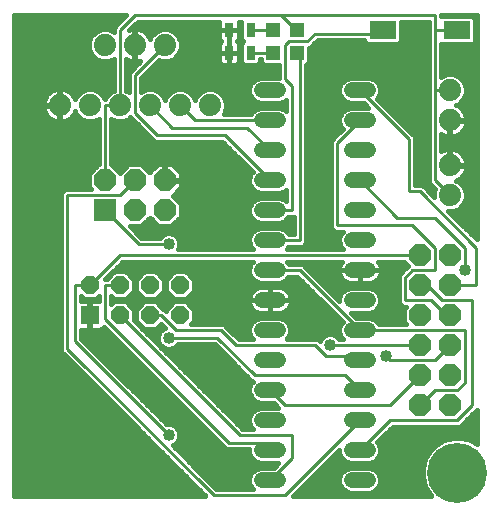
<source format=gbl>
G75*
%MOIN*%
%OFA0B0*%
%FSLAX24Y24*%
%IPPOS*%
%LPD*%
%AMOC8*
5,1,8,0,0,1.08239X$1,22.5*
%
%ADD10C,0.0740*%
%ADD11C,0.0520*%
%ADD12R,0.0600X0.0600*%
%ADD13OC8,0.0600*%
%ADD14R,0.0740X0.0740*%
%ADD15OC8,0.0740*%
%ADD16R,0.0472X0.0472*%
%ADD17R,0.0315X0.0472*%
%ADD18R,0.0906X0.0630*%
%ADD19C,0.0160*%
%ADD20C,0.0436*%
%ADD21C,0.0100*%
%ADD22C,0.0400*%
%ADD23C,0.2000*%
D10*
X002680Y014847D03*
X003680Y014847D03*
X004680Y014847D03*
X005680Y014847D03*
X006680Y014847D03*
X007680Y014847D03*
X006180Y016847D03*
X005180Y016847D03*
X004180Y016847D03*
X015680Y015347D03*
X015680Y014347D03*
X015680Y012847D03*
X015680Y011847D03*
D11*
X012940Y011347D02*
X012420Y011347D01*
X012420Y010347D02*
X012940Y010347D01*
X012940Y009347D02*
X012420Y009347D01*
X012420Y008347D02*
X012940Y008347D01*
X012940Y007347D02*
X012420Y007347D01*
X012420Y006347D02*
X012940Y006347D01*
X012940Y005347D02*
X012420Y005347D01*
X012420Y004347D02*
X012940Y004347D01*
X012940Y003347D02*
X012420Y003347D01*
X012420Y002347D02*
X012940Y002347D01*
X009940Y002347D02*
X009420Y002347D01*
X009420Y003347D02*
X009940Y003347D01*
X009940Y004347D02*
X009420Y004347D01*
X009420Y005347D02*
X009940Y005347D01*
X009940Y006347D02*
X009420Y006347D01*
X009420Y007347D02*
X009940Y007347D01*
X009940Y008347D02*
X009420Y008347D01*
X009420Y009347D02*
X009940Y009347D01*
X009940Y010347D02*
X009420Y010347D01*
X009420Y011347D02*
X009940Y011347D01*
X009940Y012347D02*
X009420Y012347D01*
X009420Y013347D02*
X009940Y013347D01*
X009940Y014347D02*
X009420Y014347D01*
X009420Y015347D02*
X009940Y015347D01*
X012420Y015347D02*
X012940Y015347D01*
X012940Y014347D02*
X012420Y014347D01*
X012420Y013347D02*
X012940Y013347D01*
X012940Y012347D02*
X012420Y012347D01*
D12*
X003680Y007847D03*
D13*
X003680Y008847D03*
X004680Y008847D03*
X004680Y007847D03*
X005680Y007847D03*
X005680Y008847D03*
X006680Y008847D03*
X006680Y007847D03*
D14*
X004180Y011347D03*
D15*
X004180Y012347D03*
X005180Y012347D03*
X005180Y011347D03*
X006180Y011347D03*
X006180Y012347D03*
X014680Y009847D03*
X014680Y008847D03*
X014680Y007847D03*
X015680Y007847D03*
X015680Y008847D03*
X015680Y009847D03*
X015680Y006847D03*
X015680Y005847D03*
X015680Y004847D03*
X014680Y004847D03*
X014680Y005847D03*
X014680Y006847D03*
D16*
X010593Y016597D03*
X010593Y017347D03*
X009767Y017347D03*
X009767Y016597D03*
D17*
X009034Y016597D03*
X008326Y016597D03*
X008326Y017347D03*
X009034Y017347D03*
D18*
X013440Y017347D03*
X015920Y017347D03*
D19*
X001160Y017863D02*
X001160Y001827D01*
X007528Y001827D01*
X002843Y006512D01*
X002720Y006635D01*
X002720Y011760D01*
X002720Y011934D01*
X002843Y012057D01*
X003720Y012057D01*
X003650Y012128D01*
X003650Y012567D01*
X003960Y012877D01*
X003970Y012877D01*
X003970Y014394D01*
X003785Y014317D01*
X003575Y014317D01*
X003380Y014398D01*
X003231Y014547D01*
X003191Y014642D01*
X003190Y014636D01*
X003150Y014559D01*
X003100Y014489D01*
X003038Y014428D01*
X002968Y014377D01*
X002891Y014338D01*
X002809Y014311D01*
X002723Y014297D01*
X002700Y014297D01*
X002700Y014827D01*
X002660Y014827D01*
X002660Y014297D01*
X002637Y014297D01*
X002551Y014311D01*
X002469Y014338D01*
X002392Y014377D01*
X002322Y014428D01*
X002260Y014489D01*
X002210Y014559D01*
X002170Y014636D01*
X002144Y014718D01*
X002130Y014804D01*
X002130Y014827D01*
X002660Y014827D01*
X002660Y014867D01*
X002130Y014867D01*
X002130Y014891D01*
X002144Y014976D01*
X002170Y015058D01*
X002210Y015136D01*
X002260Y015206D01*
X002322Y015267D01*
X002392Y015318D01*
X002469Y015357D01*
X002551Y015384D01*
X002637Y015397D01*
X002660Y015397D01*
X002660Y014867D01*
X002700Y014867D01*
X002700Y015397D01*
X002723Y015397D01*
X002809Y015384D01*
X002891Y015357D01*
X002968Y015318D01*
X003038Y015267D01*
X003100Y015206D01*
X003150Y015136D01*
X003190Y015058D01*
X003191Y015053D01*
X003231Y015147D01*
X003380Y015297D01*
X003575Y015377D01*
X003785Y015377D01*
X003980Y015297D01*
X004129Y015147D01*
X004167Y015057D01*
X004193Y015057D01*
X004231Y015147D01*
X004380Y015297D01*
X004470Y015334D01*
X004470Y016394D01*
X004285Y016317D01*
X004075Y016317D01*
X003880Y016398D01*
X003731Y016547D01*
X003650Y016742D01*
X003650Y016953D01*
X003731Y017147D01*
X003880Y017297D01*
X004075Y017377D01*
X004285Y017377D01*
X004470Y017301D01*
X004470Y017434D01*
X004593Y017557D01*
X004593Y017557D01*
X004899Y017863D01*
X001160Y017863D01*
X001160Y017856D02*
X004892Y017856D01*
X004733Y017697D02*
X001160Y017697D01*
X001160Y017539D02*
X004575Y017539D01*
X004470Y017380D02*
X001160Y017380D01*
X001160Y017222D02*
X003805Y017222D01*
X003696Y017063D02*
X001160Y017063D01*
X001160Y016905D02*
X003650Y016905D01*
X003650Y016746D02*
X001160Y016746D01*
X001160Y016588D02*
X003714Y016588D01*
X003848Y016429D02*
X001160Y016429D01*
X001160Y016271D02*
X004470Y016271D01*
X004470Y016112D02*
X001160Y016112D01*
X001160Y015954D02*
X004470Y015954D01*
X004470Y015795D02*
X001160Y015795D01*
X001160Y015637D02*
X004470Y015637D01*
X004470Y015478D02*
X001160Y015478D01*
X001160Y015320D02*
X002396Y015320D01*
X002228Y015161D02*
X001160Y015161D01*
X001160Y015003D02*
X002152Y015003D01*
X002154Y014686D02*
X001160Y014686D01*
X001160Y014844D02*
X002660Y014844D01*
X002660Y014686D02*
X002700Y014686D01*
X002700Y014527D02*
X002660Y014527D01*
X002660Y014369D02*
X002700Y014369D01*
X002952Y014369D02*
X003450Y014369D01*
X003250Y014527D02*
X003127Y014527D01*
X002700Y015003D02*
X002660Y015003D01*
X002660Y015161D02*
X002700Y015161D01*
X002700Y015320D02*
X002660Y015320D01*
X002964Y015320D02*
X003436Y015320D01*
X003244Y015161D02*
X003132Y015161D01*
X003924Y015320D02*
X004436Y015320D01*
X004244Y015161D02*
X004116Y015161D01*
X004890Y015334D02*
X004890Y016378D01*
X004892Y016377D01*
X004969Y016338D01*
X005051Y016311D01*
X005137Y016297D01*
X005160Y016297D01*
X005160Y016827D01*
X005200Y016827D01*
X005200Y016297D01*
X005223Y016297D01*
X005309Y016311D01*
X005365Y016329D01*
X004970Y015934D01*
X004970Y015760D01*
X004970Y015301D01*
X004890Y015334D01*
X004924Y015320D02*
X004970Y015320D01*
X004970Y015478D02*
X004890Y015478D01*
X004890Y015637D02*
X004970Y015637D01*
X004970Y015795D02*
X004890Y015795D01*
X004890Y015954D02*
X004990Y015954D01*
X004890Y016112D02*
X005148Y016112D01*
X005307Y016271D02*
X004890Y016271D01*
X005160Y016429D02*
X005200Y016429D01*
X005200Y016588D02*
X005160Y016588D01*
X005160Y016746D02*
X005200Y016746D01*
X005200Y016867D02*
X005160Y016867D01*
X005160Y017397D01*
X005137Y017397D01*
X005051Y017384D01*
X004995Y017366D01*
X005267Y017637D01*
X007996Y017637D01*
X007988Y017607D01*
X007988Y017347D01*
X007988Y017087D01*
X008000Y017042D01*
X008024Y017001D01*
X008052Y016972D01*
X008024Y016944D01*
X008000Y016903D01*
X007988Y016857D01*
X007988Y016597D01*
X007988Y016337D01*
X008000Y016292D01*
X008024Y016251D01*
X008058Y016217D01*
X008099Y016193D01*
X008144Y016181D01*
X008326Y016181D01*
X008507Y016181D01*
X008553Y016193D01*
X008594Y016217D01*
X008627Y016251D01*
X008651Y016292D01*
X008663Y016337D01*
X008663Y016597D01*
X008326Y016597D01*
X008326Y016597D01*
X008326Y016181D01*
X008326Y016597D01*
X008326Y016597D01*
X008663Y016597D01*
X008663Y016857D01*
X008651Y016903D01*
X008627Y016944D01*
X008599Y016972D01*
X008627Y017001D01*
X008651Y017042D01*
X008663Y017087D01*
X008663Y017347D01*
X008326Y017347D01*
X008326Y017347D01*
X008326Y016597D01*
X008326Y016597D01*
X007988Y016597D01*
X008326Y016597D01*
X008326Y016597D01*
X008326Y017013D01*
X008326Y017347D01*
X008326Y017347D01*
X008663Y017347D01*
X008663Y017607D01*
X008655Y017637D01*
X008717Y017637D01*
X008717Y017045D01*
X008789Y016972D01*
X008717Y016900D01*
X008717Y016295D01*
X008811Y016201D01*
X009258Y016201D01*
X009352Y016295D01*
X009352Y016387D01*
X009370Y016387D01*
X009370Y016295D01*
X009464Y016201D01*
X009970Y016201D01*
X009970Y015767D01*
X009336Y015767D01*
X009182Y015703D01*
X009064Y015585D01*
X009000Y015431D01*
X009000Y015264D01*
X009064Y015109D01*
X009182Y014991D01*
X009336Y014927D01*
X010024Y014927D01*
X010178Y014991D01*
X010220Y015033D01*
X010220Y014661D01*
X010178Y014703D01*
X010024Y014767D01*
X009336Y014767D01*
X009182Y014703D01*
X009064Y014585D01*
X009052Y014557D01*
X008134Y014557D01*
X008210Y014742D01*
X008210Y014953D01*
X008129Y015147D01*
X007980Y015297D01*
X007785Y015377D01*
X007575Y015377D01*
X007380Y015297D01*
X007231Y015147D01*
X007180Y015025D01*
X007129Y015147D01*
X006980Y015297D01*
X006785Y015377D01*
X006575Y015377D01*
X006380Y015297D01*
X006231Y015147D01*
X006180Y015025D01*
X006129Y015147D01*
X005980Y015297D01*
X005785Y015377D01*
X005575Y015377D01*
X005390Y015301D01*
X005390Y015760D01*
X005984Y016355D01*
X006075Y016317D01*
X006285Y016317D01*
X006480Y016398D01*
X006629Y016547D01*
X006710Y016742D01*
X006710Y016953D01*
X006629Y017147D01*
X006480Y017297D01*
X006285Y017377D01*
X006075Y017377D01*
X005880Y017297D01*
X005731Y017147D01*
X005691Y017053D01*
X005690Y017058D01*
X005650Y017136D01*
X005600Y017206D01*
X005538Y017267D01*
X005468Y017318D01*
X005391Y017357D01*
X005309Y017384D01*
X005223Y017397D01*
X005200Y017397D01*
X005200Y016867D01*
X005200Y016905D02*
X005160Y016905D01*
X005160Y017063D02*
X005200Y017063D01*
X005200Y017222D02*
X005160Y017222D01*
X005160Y017380D02*
X005200Y017380D01*
X005319Y017380D02*
X007988Y017380D01*
X007988Y017347D02*
X008326Y017347D01*
X007988Y017347D01*
X007988Y017222D02*
X006555Y017222D01*
X006664Y017063D02*
X007995Y017063D01*
X008002Y016905D02*
X006710Y016905D01*
X006710Y016746D02*
X007988Y016746D01*
X007988Y016588D02*
X006646Y016588D01*
X006512Y016429D02*
X007988Y016429D01*
X008012Y016271D02*
X005901Y016271D01*
X005742Y016112D02*
X009970Y016112D01*
X009970Y015954D02*
X005584Y015954D01*
X005425Y015795D02*
X009970Y015795D01*
X009394Y016271D02*
X009328Y016271D01*
X009116Y015637D02*
X005390Y015637D01*
X005390Y015478D02*
X009020Y015478D01*
X009000Y015320D02*
X007924Y015320D01*
X008116Y015161D02*
X009042Y015161D01*
X009171Y015003D02*
X008189Y015003D01*
X008210Y014844D02*
X010220Y014844D01*
X010220Y014686D02*
X010195Y014686D01*
X010189Y015003D02*
X010220Y015003D01*
X010890Y015003D02*
X012171Y015003D01*
X012182Y014991D02*
X012336Y014927D01*
X012803Y014927D01*
X012963Y014767D01*
X012336Y014767D01*
X012182Y014703D01*
X012064Y014585D01*
X012000Y014431D01*
X012000Y014264D01*
X012064Y014109D01*
X012105Y014069D01*
X011843Y013807D01*
X011720Y013684D01*
X011720Y010760D01*
X011843Y010637D01*
X012116Y010637D01*
X012064Y010585D01*
X012000Y010431D01*
X012000Y010264D01*
X012064Y010109D01*
X012116Y010057D01*
X010244Y010057D01*
X010296Y010109D01*
X010308Y010137D01*
X010767Y010137D01*
X010890Y010260D01*
X010890Y016201D01*
X010896Y016201D01*
X010990Y016295D01*
X010990Y016762D01*
X011017Y016762D01*
X011140Y016885D01*
X011267Y017012D01*
X012827Y017012D01*
X012827Y016966D01*
X012921Y016872D01*
X013959Y016872D01*
X014053Y016966D01*
X014053Y017637D01*
X014970Y017637D01*
X014970Y012260D01*
X015093Y012137D01*
X015187Y012043D01*
X015150Y011953D01*
X015150Y011799D01*
X014767Y012182D01*
X014515Y012182D01*
X014515Y013809D01*
X014392Y013932D01*
X013255Y015069D01*
X013296Y015109D01*
X013360Y015264D01*
X013360Y015431D01*
X013296Y015585D01*
X013178Y015703D01*
X013024Y015767D01*
X012336Y015767D01*
X012182Y015703D01*
X012064Y015585D01*
X012000Y015431D01*
X012000Y015264D01*
X012064Y015109D01*
X012182Y014991D01*
X012042Y015161D02*
X010890Y015161D01*
X010890Y015320D02*
X012000Y015320D01*
X012020Y015478D02*
X010890Y015478D01*
X010890Y015637D02*
X012116Y015637D01*
X012165Y014686D02*
X010890Y014686D01*
X010890Y014844D02*
X012886Y014844D01*
X013321Y015003D02*
X014970Y015003D01*
X014970Y015161D02*
X013318Y015161D01*
X013360Y015320D02*
X014970Y015320D01*
X014970Y015478D02*
X013340Y015478D01*
X013244Y015637D02*
X014970Y015637D01*
X014970Y015795D02*
X010890Y015795D01*
X010890Y015954D02*
X014970Y015954D01*
X014970Y016112D02*
X010890Y016112D01*
X010966Y016271D02*
X014970Y016271D01*
X014970Y016429D02*
X010990Y016429D01*
X010990Y016588D02*
X014970Y016588D01*
X014970Y016746D02*
X010990Y016746D01*
X011160Y016905D02*
X012888Y016905D01*
X013991Y016905D02*
X014970Y016905D01*
X014970Y017063D02*
X014053Y017063D01*
X014053Y017222D02*
X014970Y017222D01*
X014970Y017380D02*
X014053Y017380D01*
X014053Y017539D02*
X014970Y017539D01*
X015390Y017811D02*
X015390Y017863D01*
X016570Y017863D01*
X016570Y010379D01*
X015632Y011317D01*
X015785Y011317D01*
X015980Y011398D01*
X016129Y011547D01*
X016210Y011742D01*
X016210Y011953D01*
X016129Y012147D01*
X015980Y012297D01*
X015886Y012336D01*
X015891Y012338D01*
X015968Y012377D01*
X016038Y012428D01*
X016100Y012489D01*
X016150Y012559D01*
X016190Y012636D01*
X016216Y012718D01*
X016230Y012804D01*
X016230Y012827D01*
X015700Y012827D01*
X015700Y012867D01*
X016230Y012867D01*
X016230Y012891D01*
X016216Y012976D01*
X016190Y013058D01*
X016150Y013136D01*
X016100Y013206D01*
X016038Y013267D01*
X015968Y013318D01*
X015891Y013357D01*
X015809Y013384D01*
X015723Y013397D01*
X015700Y013397D01*
X015700Y012867D01*
X015660Y012867D01*
X015660Y013397D01*
X015637Y013397D01*
X015551Y013384D01*
X015469Y013357D01*
X015392Y013318D01*
X015390Y013316D01*
X015390Y013878D01*
X015392Y013877D01*
X015469Y013838D01*
X015551Y013811D01*
X015637Y013797D01*
X015660Y013797D01*
X015660Y014327D01*
X015700Y014327D01*
X015700Y013797D01*
X015723Y013797D01*
X015809Y013811D01*
X015891Y013838D01*
X015968Y013877D01*
X016038Y013928D01*
X016100Y013989D01*
X016150Y014059D01*
X016190Y014136D01*
X016216Y014218D01*
X016230Y014304D01*
X016230Y014327D01*
X015700Y014327D01*
X015700Y014367D01*
X016230Y014367D01*
X016230Y014391D01*
X016216Y014476D01*
X016190Y014558D01*
X016150Y014636D01*
X016100Y014706D01*
X016038Y014767D01*
X015968Y014818D01*
X015891Y014857D01*
X015886Y014859D01*
X015980Y014898D01*
X016129Y015047D01*
X016210Y015242D01*
X016210Y015453D01*
X016129Y015647D01*
X015980Y015797D01*
X015785Y015877D01*
X015575Y015877D01*
X015390Y015801D01*
X015390Y016883D01*
X015401Y016872D01*
X016439Y016872D01*
X016533Y016966D01*
X016533Y017728D01*
X016439Y017822D01*
X015401Y017822D01*
X015390Y017811D01*
X015390Y017856D02*
X016570Y017856D01*
X016570Y017697D02*
X016533Y017697D01*
X016533Y017539D02*
X016570Y017539D01*
X016570Y017380D02*
X016533Y017380D01*
X016533Y017222D02*
X016570Y017222D01*
X016570Y017063D02*
X016533Y017063D01*
X016570Y016905D02*
X016472Y016905D01*
X016570Y016746D02*
X015390Y016746D01*
X015390Y016588D02*
X016570Y016588D01*
X016570Y016429D02*
X015390Y016429D01*
X015390Y016271D02*
X016570Y016271D01*
X016570Y016112D02*
X015390Y016112D01*
X015390Y015954D02*
X016570Y015954D01*
X016570Y015795D02*
X015982Y015795D01*
X016134Y015637D02*
X016570Y015637D01*
X016570Y015478D02*
X016199Y015478D01*
X016210Y015320D02*
X016570Y015320D01*
X016570Y015161D02*
X016177Y015161D01*
X016085Y015003D02*
X016570Y015003D01*
X016570Y014844D02*
X015916Y014844D01*
X016114Y014686D02*
X016570Y014686D01*
X016570Y014527D02*
X016200Y014527D01*
X016230Y014369D02*
X016570Y014369D01*
X016570Y014210D02*
X016214Y014210D01*
X016145Y014052D02*
X016570Y014052D01*
X016570Y013893D02*
X015991Y013893D01*
X015700Y013893D02*
X015660Y013893D01*
X015660Y014052D02*
X015700Y014052D01*
X015700Y014210D02*
X015660Y014210D01*
X015390Y013735D02*
X016570Y013735D01*
X016570Y013576D02*
X015390Y013576D01*
X015390Y013418D02*
X016570Y013418D01*
X016570Y013259D02*
X016046Y013259D01*
X016168Y013101D02*
X016570Y013101D01*
X016570Y012942D02*
X016222Y012942D01*
X016227Y012784D02*
X016570Y012784D01*
X016570Y012625D02*
X016184Y012625D01*
X016077Y012467D02*
X016570Y012467D01*
X016570Y012308D02*
X015952Y012308D01*
X016127Y012150D02*
X016570Y012150D01*
X016570Y011991D02*
X016194Y011991D01*
X016210Y011833D02*
X016570Y011833D01*
X016570Y011674D02*
X016182Y011674D01*
X016098Y011516D02*
X016570Y011516D01*
X016570Y011357D02*
X015882Y011357D01*
X015750Y011199D02*
X016570Y011199D01*
X016570Y011040D02*
X015909Y011040D01*
X016067Y010882D02*
X016570Y010882D01*
X016570Y010723D02*
X016226Y010723D01*
X016384Y010565D02*
X016570Y010565D01*
X016570Y010406D02*
X016543Y010406D01*
X015150Y011833D02*
X015116Y011833D01*
X015166Y011991D02*
X014958Y011991D01*
X015080Y012150D02*
X014799Y012150D01*
X014970Y012308D02*
X014515Y012308D01*
X014515Y012467D02*
X014970Y012467D01*
X014970Y012625D02*
X014515Y012625D01*
X014515Y012784D02*
X014970Y012784D01*
X014970Y012942D02*
X014515Y012942D01*
X014515Y013101D02*
X014970Y013101D01*
X014970Y013259D02*
X014515Y013259D01*
X014515Y013418D02*
X014970Y013418D01*
X014970Y013576D02*
X014515Y013576D01*
X014515Y013735D02*
X014970Y013735D01*
X014970Y013893D02*
X014431Y013893D01*
X014272Y014052D02*
X014970Y014052D01*
X014970Y014210D02*
X014114Y014210D01*
X013955Y014369D02*
X014970Y014369D01*
X014970Y014527D02*
X013797Y014527D01*
X013638Y014686D02*
X014970Y014686D01*
X014970Y014844D02*
X013480Y014844D01*
X012040Y014527D02*
X010890Y014527D01*
X010890Y014369D02*
X012000Y014369D01*
X012022Y014210D02*
X010890Y014210D01*
X010890Y014052D02*
X012088Y014052D01*
X011929Y013893D02*
X010890Y013893D01*
X010890Y013735D02*
X011771Y013735D01*
X011720Y013576D02*
X010890Y013576D01*
X010890Y013418D02*
X011720Y013418D01*
X011720Y013259D02*
X010890Y013259D01*
X010890Y013101D02*
X011720Y013101D01*
X011720Y012942D02*
X010890Y012942D01*
X010890Y012784D02*
X011720Y012784D01*
X011720Y012625D02*
X010890Y012625D01*
X010890Y012467D02*
X011720Y012467D01*
X011720Y012308D02*
X010890Y012308D01*
X010890Y012150D02*
X011720Y012150D01*
X011720Y011991D02*
X010890Y011991D01*
X010890Y011833D02*
X011720Y011833D01*
X011720Y011674D02*
X010890Y011674D01*
X010890Y011516D02*
X011720Y011516D01*
X011720Y011357D02*
X010890Y011357D01*
X010890Y011199D02*
X011720Y011199D01*
X011720Y011040D02*
X010890Y011040D01*
X010890Y010882D02*
X011720Y010882D01*
X011757Y010723D02*
X010890Y010723D01*
X010890Y010565D02*
X012055Y010565D01*
X012000Y010406D02*
X010890Y010406D01*
X010877Y010248D02*
X012007Y010248D01*
X012084Y010089D02*
X010276Y010089D01*
X010308Y010557D02*
X010296Y010585D01*
X010178Y010703D01*
X010024Y010767D01*
X009336Y010767D01*
X009182Y010703D01*
X009064Y010585D01*
X009000Y010431D01*
X009000Y010264D01*
X009064Y010109D01*
X009116Y010057D01*
X006626Y010057D01*
X006665Y010151D01*
X006665Y010294D01*
X006610Y010426D01*
X006509Y010527D01*
X006377Y010582D01*
X006233Y010582D01*
X006101Y010527D01*
X006006Y010432D01*
X005392Y010432D01*
X005007Y010817D01*
X005400Y010817D01*
X005680Y011098D01*
X005960Y010817D01*
X006400Y010817D01*
X006710Y011128D01*
X006710Y011567D01*
X006444Y011833D01*
X010220Y011833D01*
X010178Y011703D02*
X010024Y011767D01*
X009336Y011767D01*
X009182Y011703D01*
X009064Y011585D01*
X009000Y011431D01*
X009000Y011264D01*
X009064Y011109D01*
X009182Y010991D01*
X009336Y010927D01*
X010024Y010927D01*
X010178Y010991D01*
X010296Y011109D01*
X010308Y011137D01*
X010470Y011137D01*
X010470Y010557D01*
X010308Y010557D01*
X010305Y010565D02*
X010470Y010565D01*
X010470Y010723D02*
X010130Y010723D01*
X010227Y011040D02*
X010470Y011040D01*
X010470Y010882D02*
X006464Y010882D01*
X006623Y011040D02*
X009133Y011040D01*
X009027Y011199D02*
X006710Y011199D01*
X006710Y011357D02*
X009000Y011357D01*
X009035Y011516D02*
X006710Y011516D01*
X006603Y011674D02*
X009153Y011674D01*
X009336Y011927D02*
X010024Y011927D01*
X010178Y011991D01*
X010220Y012033D01*
X010220Y011661D01*
X010178Y011703D01*
X010207Y011674D02*
X010220Y011674D01*
X010220Y011991D02*
X010178Y011991D01*
X009336Y011927D02*
X009182Y011991D01*
X009064Y012109D01*
X009000Y012264D01*
X009000Y012431D01*
X009064Y012585D01*
X009105Y012626D01*
X008093Y013637D01*
X005843Y013637D01*
X005093Y014387D01*
X005031Y014449D01*
X004980Y014398D01*
X004785Y014317D01*
X004575Y014317D01*
X004390Y014394D01*
X004390Y012877D01*
X004400Y012877D01*
X004680Y012597D01*
X004960Y012877D01*
X005400Y012877D01*
X005666Y012611D01*
X005952Y012897D01*
X006160Y012897D01*
X006160Y012367D01*
X006200Y012367D01*
X006730Y012367D01*
X006730Y012575D01*
X006408Y012897D01*
X006200Y012897D01*
X006200Y012367D01*
X006200Y012327D01*
X006730Y012327D01*
X006730Y012119D01*
X006444Y011833D01*
X006602Y011991D02*
X009182Y011991D01*
X009047Y012150D02*
X006730Y012150D01*
X006730Y012308D02*
X009000Y012308D01*
X009015Y012467D02*
X006730Y012467D01*
X006680Y012625D02*
X009104Y012625D01*
X008946Y012784D02*
X006521Y012784D01*
X006200Y012784D02*
X006160Y012784D01*
X006160Y012625D02*
X006200Y012625D01*
X006200Y012467D02*
X006160Y012467D01*
X005839Y012784D02*
X005493Y012784D01*
X005652Y012625D02*
X005680Y012625D01*
X004867Y012784D02*
X004493Y012784D01*
X004390Y012942D02*
X008788Y012942D01*
X008629Y013101D02*
X004390Y013101D01*
X004390Y013259D02*
X008471Y013259D01*
X008312Y013418D02*
X004390Y013418D01*
X004390Y013576D02*
X008154Y013576D01*
X008187Y014686D02*
X009165Y014686D01*
X008741Y016271D02*
X008639Y016271D01*
X008663Y016429D02*
X008717Y016429D01*
X008717Y016588D02*
X008663Y016588D01*
X008663Y016746D02*
X008717Y016746D01*
X008722Y016905D02*
X008650Y016905D01*
X008657Y017063D02*
X008717Y017063D01*
X008717Y017222D02*
X008663Y017222D01*
X008663Y017380D02*
X008717Y017380D01*
X008717Y017539D02*
X008663Y017539D01*
X008326Y017347D02*
X008326Y017347D01*
X008326Y017222D02*
X008326Y017222D01*
X008326Y017063D02*
X008326Y017063D01*
X008326Y016905D02*
X008326Y016905D01*
X008326Y016746D02*
X008326Y016746D01*
X008326Y016588D02*
X008326Y016588D01*
X008326Y016429D02*
X008326Y016429D01*
X008326Y016271D02*
X008326Y016271D01*
X007436Y015320D02*
X006924Y015320D01*
X007116Y015161D02*
X007244Y015161D01*
X006436Y015320D02*
X005924Y015320D01*
X006116Y015161D02*
X006244Y015161D01*
X005436Y015320D02*
X005390Y015320D01*
X005111Y014369D02*
X004910Y014369D01*
X005270Y014210D02*
X004390Y014210D01*
X004390Y014052D02*
X005428Y014052D01*
X005587Y013893D02*
X004390Y013893D01*
X004390Y013735D02*
X005745Y013735D01*
X004708Y012625D02*
X004652Y012625D01*
X003970Y012942D02*
X001160Y012942D01*
X001160Y012784D02*
X003867Y012784D01*
X003708Y012625D02*
X001160Y012625D01*
X001160Y012467D02*
X003650Y012467D01*
X003650Y012308D02*
X001160Y012308D01*
X001160Y012150D02*
X003650Y012150D01*
X002777Y011991D02*
X001160Y011991D01*
X001160Y011833D02*
X002720Y011833D01*
X002720Y011674D02*
X001160Y011674D01*
X001160Y011516D02*
X002720Y011516D01*
X002720Y011357D02*
X001160Y011357D01*
X001160Y011199D02*
X002720Y011199D01*
X002720Y011040D02*
X001160Y011040D01*
X001160Y010882D02*
X002720Y010882D01*
X002720Y010723D02*
X001160Y010723D01*
X001160Y010565D02*
X002720Y010565D01*
X002720Y010406D02*
X001160Y010406D01*
X001160Y010248D02*
X002720Y010248D01*
X002720Y010089D02*
X001160Y010089D01*
X001160Y009931D02*
X002720Y009931D01*
X002720Y009772D02*
X001160Y009772D01*
X001160Y009614D02*
X002720Y009614D01*
X002720Y009455D02*
X001160Y009455D01*
X001160Y009297D02*
X002720Y009297D01*
X002720Y009138D02*
X001160Y009138D01*
X001160Y008980D02*
X002720Y008980D01*
X002720Y008821D02*
X001160Y008821D01*
X001160Y008663D02*
X002720Y008663D01*
X002720Y008504D02*
X001160Y008504D01*
X001160Y008346D02*
X002720Y008346D01*
X002720Y008187D02*
X001160Y008187D01*
X001160Y008029D02*
X002720Y008029D01*
X002720Y007870D02*
X001160Y007870D01*
X001160Y007712D02*
X002720Y007712D01*
X002720Y007553D02*
X001160Y007553D01*
X001160Y007395D02*
X002720Y007395D01*
X002720Y007236D02*
X001160Y007236D01*
X001160Y007078D02*
X002720Y007078D01*
X002720Y006919D02*
X001160Y006919D01*
X001160Y006761D02*
X002720Y006761D01*
X002753Y006602D02*
X001160Y006602D01*
X001160Y006444D02*
X002912Y006444D01*
X003070Y006285D02*
X001160Y006285D01*
X001160Y006127D02*
X003229Y006127D01*
X003387Y005968D02*
X001160Y005968D01*
X001160Y005810D02*
X003546Y005810D01*
X003704Y005651D02*
X001160Y005651D01*
X001160Y005493D02*
X003863Y005493D01*
X004021Y005334D02*
X001160Y005334D01*
X001160Y005176D02*
X004180Y005176D01*
X004338Y005017D02*
X001160Y005017D01*
X001160Y004859D02*
X004497Y004859D01*
X004655Y004700D02*
X001160Y004700D01*
X001160Y004542D02*
X004814Y004542D01*
X004972Y004383D02*
X001160Y004383D01*
X001160Y004225D02*
X005131Y004225D01*
X005289Y004066D02*
X001160Y004066D01*
X001160Y003908D02*
X005448Y003908D01*
X005606Y003749D02*
X001160Y003749D01*
X001160Y003591D02*
X005765Y003591D01*
X005923Y003432D02*
X001160Y003432D01*
X001160Y003274D02*
X006082Y003274D01*
X006240Y003115D02*
X001160Y003115D01*
X001160Y002957D02*
X006399Y002957D01*
X006557Y002798D02*
X001160Y002798D01*
X001160Y002640D02*
X006716Y002640D01*
X006874Y002481D02*
X001160Y002481D01*
X001160Y002323D02*
X007033Y002323D01*
X007191Y002164D02*
X001160Y002164D01*
X001160Y002006D02*
X007350Y002006D01*
X007508Y001847D02*
X001160Y001847D01*
X004798Y005651D02*
X005954Y005651D01*
X006113Y005493D02*
X004956Y005493D01*
X005115Y005334D02*
X006271Y005334D01*
X006430Y005176D02*
X005273Y005176D01*
X005432Y005017D02*
X006588Y005017D01*
X006747Y004859D02*
X005590Y004859D01*
X005749Y004700D02*
X006905Y004700D01*
X007064Y004542D02*
X005907Y004542D01*
X006066Y004383D02*
X007222Y004383D01*
X007381Y004225D02*
X006224Y004225D01*
X006242Y004207D02*
X003390Y007059D01*
X003390Y007367D01*
X003660Y007367D01*
X003660Y007827D01*
X003700Y007827D01*
X003700Y007367D01*
X004004Y007367D01*
X004049Y007380D01*
X004091Y007403D01*
X004124Y007437D01*
X004140Y007465D01*
X008218Y003387D01*
X009000Y003387D01*
X009000Y003264D01*
X009064Y003109D01*
X009182Y002991D01*
X009336Y002927D01*
X009963Y002927D01*
X009803Y002767D01*
X009336Y002767D01*
X009182Y002703D01*
X009064Y002585D01*
X009000Y002431D01*
X009000Y002264D01*
X009064Y002109D01*
X009116Y002057D01*
X007892Y002057D01*
X006437Y003512D01*
X006509Y003542D01*
X006610Y003643D01*
X006665Y003776D01*
X006665Y003919D01*
X006610Y004051D01*
X006509Y004152D01*
X006377Y004207D01*
X006242Y004207D01*
X006595Y004066D02*
X007539Y004066D01*
X007698Y003908D02*
X006665Y003908D01*
X006654Y003749D02*
X007856Y003749D01*
X008015Y003591D02*
X006558Y003591D01*
X006517Y003432D02*
X008173Y003432D01*
X008767Y004057D02*
X005140Y007684D01*
X005140Y008038D01*
X004871Y008307D01*
X004489Y008307D01*
X004390Y008208D01*
X004390Y008487D01*
X004489Y008387D01*
X004871Y008387D01*
X005140Y008657D01*
X005140Y009038D01*
X004871Y009307D01*
X004489Y009307D01*
X004239Y009057D01*
X004187Y009057D01*
X004767Y009637D01*
X009116Y009637D01*
X009064Y009585D01*
X009000Y009431D01*
X009000Y009264D01*
X009064Y009109D01*
X009182Y008991D01*
X009336Y008927D01*
X010024Y008927D01*
X010178Y008991D01*
X010296Y009109D01*
X010308Y009137D01*
X010593Y009137D01*
X012105Y007626D01*
X012064Y007585D01*
X012000Y007431D01*
X012000Y007264D01*
X012064Y007109D01*
X012116Y007057D01*
X011979Y007057D01*
X011884Y007152D01*
X011752Y007207D01*
X011608Y007207D01*
X011476Y007152D01*
X011375Y007051D01*
X011345Y006979D01*
X011267Y007057D01*
X010244Y007057D01*
X010296Y007109D01*
X010360Y007264D01*
X010360Y007431D01*
X010296Y007585D01*
X010178Y007703D01*
X010024Y007767D01*
X009336Y007767D01*
X009182Y007703D01*
X009064Y007585D01*
X009000Y007431D01*
X009000Y007264D01*
X009064Y007109D01*
X009116Y007057D01*
X008642Y007057D01*
X008265Y007434D01*
X008142Y007557D01*
X007041Y007557D01*
X007140Y007657D01*
X007140Y008038D01*
X006871Y008307D01*
X006489Y008307D01*
X006220Y008038D01*
X006220Y007979D01*
X006142Y008057D01*
X006121Y008057D01*
X005871Y008307D01*
X005489Y008307D01*
X005220Y008038D01*
X005220Y007657D01*
X005489Y007387D01*
X005871Y007387D01*
X006044Y007561D01*
X006173Y007432D01*
X006101Y007402D01*
X006000Y007301D01*
X005945Y007169D01*
X005945Y007026D01*
X006000Y006893D01*
X006101Y006792D01*
X006233Y006737D01*
X006377Y006737D01*
X006509Y006792D01*
X006604Y006887D01*
X007843Y006887D01*
X009093Y005637D01*
X009116Y005637D01*
X009064Y005585D01*
X009000Y005431D01*
X009000Y005264D01*
X009064Y005109D01*
X009182Y004991D01*
X009336Y004927D01*
X009803Y004927D01*
X009963Y004767D01*
X009336Y004767D01*
X009182Y004703D01*
X009064Y004585D01*
X009000Y004431D01*
X009000Y004264D01*
X009064Y004109D01*
X009116Y004057D01*
X008767Y004057D01*
X008758Y004066D02*
X009107Y004066D01*
X009016Y004225D02*
X008599Y004225D01*
X008441Y004383D02*
X009000Y004383D01*
X009046Y004542D02*
X008282Y004542D01*
X008124Y004700D02*
X009179Y004700D01*
X009156Y005017D02*
X007807Y005017D01*
X007965Y004859D02*
X009872Y004859D01*
X009036Y005176D02*
X007648Y005176D01*
X007490Y005334D02*
X009000Y005334D01*
X009026Y005493D02*
X007331Y005493D01*
X007173Y005651D02*
X009079Y005651D01*
X008921Y005810D02*
X007014Y005810D01*
X006856Y005968D02*
X008762Y005968D01*
X008604Y006127D02*
X006697Y006127D01*
X006539Y006285D02*
X008445Y006285D01*
X008287Y006444D02*
X006380Y006444D01*
X006222Y006602D02*
X008128Y006602D01*
X007970Y006761D02*
X006433Y006761D01*
X006177Y006761D02*
X006063Y006761D01*
X005989Y006919D02*
X005905Y006919D01*
X005945Y007078D02*
X005746Y007078D01*
X005588Y007236D02*
X005973Y007236D01*
X005878Y007395D02*
X006093Y007395D01*
X006052Y007553D02*
X006037Y007553D01*
X006170Y008029D02*
X006220Y008029D01*
X006369Y008187D02*
X005991Y008187D01*
X005871Y008387D02*
X006140Y008657D01*
X006140Y009038D01*
X005871Y009307D01*
X005489Y009307D01*
X005220Y009038D01*
X005220Y008657D01*
X005489Y008387D01*
X005871Y008387D01*
X005988Y008504D02*
X006372Y008504D01*
X006489Y008387D02*
X006220Y008657D01*
X006220Y009038D01*
X006489Y009307D01*
X006871Y009307D01*
X007140Y009038D01*
X007140Y008657D01*
X006871Y008387D01*
X006489Y008387D01*
X006220Y008663D02*
X006140Y008663D01*
X006140Y008821D02*
X006220Y008821D01*
X006220Y008980D02*
X006140Y008980D01*
X006040Y009138D02*
X006320Y009138D01*
X006479Y009297D02*
X005881Y009297D01*
X005479Y009297D02*
X004881Y009297D01*
X005040Y009138D02*
X005320Y009138D01*
X005220Y008980D02*
X005140Y008980D01*
X005140Y008821D02*
X005220Y008821D01*
X005220Y008663D02*
X005140Y008663D01*
X004988Y008504D02*
X005372Y008504D01*
X005369Y008187D02*
X004991Y008187D01*
X005140Y008029D02*
X005220Y008029D01*
X005220Y007870D02*
X005140Y007870D01*
X005140Y007712D02*
X005220Y007712D01*
X005271Y007553D02*
X005323Y007553D01*
X005429Y007395D02*
X005482Y007395D01*
X004845Y006761D02*
X003688Y006761D01*
X003530Y006919D02*
X004686Y006919D01*
X004528Y007078D02*
X003390Y007078D01*
X003390Y007236D02*
X004369Y007236D01*
X004211Y007395D02*
X004076Y007395D01*
X003700Y007395D02*
X003660Y007395D01*
X003660Y007553D02*
X003700Y007553D01*
X003700Y007712D02*
X003660Y007712D01*
X003660Y007867D02*
X003660Y008327D01*
X003390Y008327D01*
X003390Y008487D01*
X003489Y008387D01*
X003871Y008387D01*
X003970Y008487D01*
X003970Y008327D01*
X003700Y008327D01*
X003700Y007867D01*
X003660Y007867D01*
X003660Y007870D02*
X003700Y007870D01*
X003700Y008029D02*
X003660Y008029D01*
X003660Y008187D02*
X003700Y008187D01*
X003970Y008346D02*
X003390Y008346D01*
X004268Y009138D02*
X004320Y009138D01*
X004426Y009297D02*
X004479Y009297D01*
X004585Y009455D02*
X009010Y009455D01*
X009000Y009297D02*
X006881Y009297D01*
X007040Y009138D02*
X009052Y009138D01*
X009210Y008980D02*
X007140Y008980D01*
X007140Y008821D02*
X010909Y008821D01*
X011068Y008663D02*
X010247Y008663D01*
X010227Y008683D02*
X010171Y008724D01*
X010109Y008755D01*
X010043Y008776D01*
X009975Y008787D01*
X009680Y008787D01*
X009385Y008787D01*
X009317Y008776D01*
X009251Y008755D01*
X009189Y008724D01*
X009133Y008683D01*
X009084Y008634D01*
X009044Y008578D01*
X009012Y008516D01*
X008991Y008450D01*
X008980Y008382D01*
X008980Y008347D01*
X008980Y008313D01*
X008991Y008244D01*
X009012Y008178D01*
X009044Y008117D01*
X009084Y008061D01*
X009133Y008012D01*
X009189Y007971D01*
X009251Y007939D01*
X009317Y007918D01*
X009385Y007907D01*
X009680Y007907D01*
X009975Y007907D01*
X010043Y007918D01*
X010109Y007939D01*
X010171Y007971D01*
X010227Y008012D01*
X010276Y008061D01*
X010316Y008117D01*
X010348Y008178D01*
X010369Y008244D01*
X010380Y008313D01*
X010380Y008347D01*
X009680Y008347D01*
X009680Y007907D01*
X009680Y008347D01*
X009680Y008347D01*
X008980Y008347D01*
X009680Y008347D01*
X009680Y008347D01*
X009680Y008347D01*
X010380Y008347D01*
X010380Y008382D01*
X010369Y008450D01*
X010348Y008516D01*
X010316Y008578D01*
X010276Y008634D01*
X010227Y008683D01*
X010352Y008504D02*
X011226Y008504D01*
X011385Y008346D02*
X010380Y008346D01*
X010351Y008187D02*
X011543Y008187D01*
X011702Y008029D02*
X010244Y008029D01*
X010158Y007712D02*
X012019Y007712D01*
X012051Y007553D02*
X010309Y007553D01*
X010360Y007395D02*
X012000Y007395D01*
X012011Y007236D02*
X010349Y007236D01*
X010264Y007078D02*
X011401Y007078D01*
X011959Y007078D02*
X012096Y007078D01*
X012557Y007767D02*
X012397Y007927D01*
X013024Y007927D01*
X013178Y007991D01*
X013296Y008109D01*
X013360Y008264D01*
X013360Y008431D01*
X013296Y008585D01*
X013178Y008703D01*
X013024Y008767D01*
X012336Y008767D01*
X012182Y008703D01*
X012064Y008585D01*
X012000Y008431D01*
X012000Y008324D01*
X010890Y009434D01*
X010767Y009557D01*
X010308Y009557D01*
X010296Y009585D01*
X010244Y009637D01*
X012088Y009637D01*
X012084Y009634D01*
X012044Y009578D01*
X012012Y009516D01*
X011991Y009450D01*
X011980Y009382D01*
X011980Y009347D01*
X011980Y009313D01*
X011991Y009244D01*
X012012Y009178D01*
X012044Y009117D01*
X012084Y009061D01*
X012133Y009012D01*
X012189Y008971D01*
X012251Y008939D01*
X012317Y008918D01*
X012385Y008907D01*
X012680Y008907D01*
X012975Y008907D01*
X013043Y008918D01*
X013109Y008939D01*
X013171Y008971D01*
X013227Y009012D01*
X013276Y009061D01*
X013316Y009117D01*
X013348Y009178D01*
X013369Y009244D01*
X013380Y009313D01*
X013380Y009347D01*
X012680Y009347D01*
X012680Y008907D01*
X012680Y009347D01*
X012680Y009347D01*
X011980Y009347D01*
X012680Y009347D01*
X012680Y009347D01*
X012680Y009347D01*
X013380Y009347D01*
X013380Y009382D01*
X013369Y009450D01*
X013348Y009516D01*
X013316Y009578D01*
X013276Y009634D01*
X013272Y009637D01*
X014150Y009637D01*
X014150Y009628D01*
X014282Y009496D01*
X014093Y009307D01*
X013970Y009184D01*
X013970Y008260D01*
X014093Y008137D01*
X014220Y008137D01*
X014150Y008067D01*
X014150Y007628D01*
X014220Y007557D01*
X013308Y007557D01*
X013296Y007585D01*
X013178Y007703D01*
X013024Y007767D01*
X012557Y007767D01*
X012454Y007870D02*
X014150Y007870D01*
X014150Y007712D02*
X013158Y007712D01*
X013215Y008029D02*
X014150Y008029D01*
X014043Y008187D02*
X013328Y008187D01*
X013360Y008346D02*
X013970Y008346D01*
X013970Y008504D02*
X013330Y008504D01*
X013218Y008663D02*
X013970Y008663D01*
X013970Y008821D02*
X011503Y008821D01*
X011661Y008663D02*
X012142Y008663D01*
X012030Y008504D02*
X011820Y008504D01*
X011978Y008346D02*
X012000Y008346D01*
X011860Y007870D02*
X007140Y007870D01*
X007140Y007712D02*
X009202Y007712D01*
X009051Y007553D02*
X008146Y007553D01*
X008304Y007395D02*
X009000Y007395D01*
X009011Y007236D02*
X008463Y007236D01*
X008621Y007078D02*
X009096Y007078D01*
X009116Y008029D02*
X007140Y008029D01*
X006991Y008187D02*
X009009Y008187D01*
X008980Y008346D02*
X004390Y008346D01*
X004743Y009614D02*
X009093Y009614D01*
X009084Y010089D02*
X006640Y010089D01*
X006665Y010248D02*
X009007Y010248D01*
X009000Y010406D02*
X006618Y010406D01*
X006419Y010565D02*
X009055Y010565D01*
X009230Y010723D02*
X005101Y010723D01*
X005259Y010565D02*
X006191Y010565D01*
X005896Y010882D02*
X005464Y010882D01*
X005623Y011040D02*
X005737Y011040D01*
X003970Y013101D02*
X001160Y013101D01*
X001160Y013259D02*
X003970Y013259D01*
X003970Y013418D02*
X001160Y013418D01*
X001160Y013576D02*
X003970Y013576D01*
X003970Y013735D02*
X001160Y013735D01*
X001160Y013893D02*
X003970Y013893D01*
X003970Y014052D02*
X001160Y014052D01*
X001160Y014210D02*
X003970Y014210D01*
X003970Y014369D02*
X003910Y014369D01*
X004390Y014369D02*
X004450Y014369D01*
X002408Y014369D02*
X001160Y014369D01*
X001160Y014527D02*
X002233Y014527D01*
X005010Y017380D02*
X005041Y017380D01*
X005169Y017539D02*
X007988Y017539D01*
X005805Y017222D02*
X005583Y017222D01*
X005687Y017063D02*
X005696Y017063D01*
X010267Y009614D02*
X012070Y009614D01*
X011992Y009455D02*
X010869Y009455D01*
X011027Y009297D02*
X011983Y009297D01*
X012033Y009138D02*
X011186Y009138D01*
X011344Y008980D02*
X012177Y008980D01*
X012680Y008980D02*
X012680Y008980D01*
X012680Y009138D02*
X012680Y009138D01*
X012680Y009297D02*
X012680Y009297D01*
X013183Y008980D02*
X013970Y008980D01*
X013970Y009138D02*
X013327Y009138D01*
X013377Y009297D02*
X014083Y009297D01*
X014241Y009455D02*
X013368Y009455D01*
X013290Y009614D02*
X014164Y009614D01*
X015660Y012942D02*
X015700Y012942D01*
X015700Y013101D02*
X015660Y013101D01*
X015660Y013259D02*
X015700Y013259D01*
X010751Y008980D02*
X010150Y008980D01*
X009680Y008787D02*
X009680Y008347D01*
X009680Y008787D01*
X009680Y008663D02*
X009680Y008663D01*
X009680Y008504D02*
X009680Y008504D01*
X009680Y008347D02*
X009680Y008347D01*
X009680Y008346D02*
X009680Y008346D01*
X009680Y008187D02*
X009680Y008187D01*
X009680Y008029D02*
X009680Y008029D01*
X009113Y008663D02*
X007140Y008663D01*
X006988Y008504D02*
X009008Y008504D01*
X005796Y005810D02*
X004639Y005810D01*
X004481Y005968D02*
X005637Y005968D01*
X005479Y006127D02*
X004322Y006127D01*
X004164Y006285D02*
X005320Y006285D01*
X005162Y006444D02*
X004005Y006444D01*
X003847Y006602D02*
X005003Y006602D01*
X006675Y003274D02*
X009000Y003274D01*
X009061Y003115D02*
X006834Y003115D01*
X006992Y002957D02*
X009265Y002957D01*
X009119Y002640D02*
X007309Y002640D01*
X007151Y002798D02*
X009834Y002798D01*
X010635Y002006D02*
X012168Y002006D01*
X012182Y001991D02*
X012336Y001927D01*
X013024Y001927D01*
X013178Y001991D01*
X013296Y002109D01*
X013360Y002264D01*
X013360Y002431D01*
X013296Y002585D01*
X013178Y002703D01*
X013024Y002767D01*
X012336Y002767D01*
X012182Y002703D01*
X012064Y002585D01*
X012000Y002431D01*
X012000Y002264D01*
X012064Y002109D01*
X012182Y001991D01*
X012041Y002164D02*
X010794Y002164D01*
X010952Y002323D02*
X012000Y002323D01*
X012021Y002481D02*
X011111Y002481D01*
X011269Y002640D02*
X012119Y002640D01*
X012265Y002957D02*
X011586Y002957D01*
X011428Y002798D02*
X014783Y002798D01*
X014770Y002750D02*
X014770Y002445D01*
X014849Y002150D01*
X015002Y001885D01*
X015060Y001827D01*
X010457Y001827D01*
X012000Y003370D01*
X012000Y003264D01*
X012064Y003109D01*
X012182Y002991D01*
X012336Y002927D01*
X013024Y002927D01*
X013178Y002991D01*
X013296Y003109D01*
X013360Y003264D01*
X013360Y003431D01*
X013296Y003585D01*
X013255Y003626D01*
X013767Y004137D01*
X016017Y004137D01*
X016517Y004637D01*
X016570Y004690D01*
X016570Y003567D01*
X016378Y003678D01*
X016083Y003757D01*
X015777Y003757D01*
X015482Y003678D01*
X015218Y003525D01*
X015002Y003310D01*
X014849Y003045D01*
X014770Y002750D01*
X014770Y002640D02*
X013241Y002640D01*
X013339Y002481D02*
X014770Y002481D01*
X014803Y002323D02*
X013360Y002323D01*
X013319Y002164D02*
X014845Y002164D01*
X014932Y002006D02*
X013192Y002006D01*
X013095Y002957D02*
X014825Y002957D01*
X014890Y003115D02*
X013299Y003115D01*
X013360Y003274D02*
X014981Y003274D01*
X015125Y003432D02*
X013359Y003432D01*
X013290Y003591D02*
X015331Y003591D01*
X015747Y003749D02*
X013379Y003749D01*
X013537Y003908D02*
X016570Y003908D01*
X016570Y004066D02*
X013696Y004066D01*
X012000Y003274D02*
X011903Y003274D01*
X011745Y003115D02*
X012061Y003115D01*
X010477Y001847D02*
X015040Y001847D01*
X016529Y003591D02*
X016570Y003591D01*
X016570Y003749D02*
X016113Y003749D01*
X016104Y004225D02*
X016570Y004225D01*
X016570Y004383D02*
X016263Y004383D01*
X016421Y004542D02*
X016570Y004542D01*
X009021Y002481D02*
X007468Y002481D01*
X007626Y002323D02*
X009000Y002323D01*
X009041Y002164D02*
X007785Y002164D01*
D20*
X014180Y002847D03*
X008680Y015847D03*
X012680Y016347D03*
X001680Y012847D03*
D21*
X002930Y011847D02*
X004680Y011847D01*
X005180Y012347D01*
X004180Y012347D02*
X004180Y014847D01*
X004680Y014847D01*
X004680Y017347D01*
X005180Y017847D01*
X010055Y017847D01*
X015180Y017847D01*
X015180Y017347D01*
X015920Y017347D01*
X015180Y017347D02*
X015180Y015347D01*
X015680Y015347D01*
X015180Y015347D02*
X015180Y012347D01*
X015680Y011847D01*
X015180Y011097D02*
X016180Y010097D01*
X016180Y009347D01*
X016555Y008847D02*
X015680Y008847D01*
X015430Y008347D02*
X014930Y008847D01*
X014680Y008847D01*
X014180Y009097D02*
X014180Y008347D01*
X015055Y008347D01*
X015555Y007847D01*
X015680Y007847D01*
X015430Y008347D02*
X016430Y008347D01*
X016430Y004847D01*
X015930Y004347D01*
X013680Y004347D01*
X012680Y003347D01*
X012680Y004347D02*
X010180Y001847D01*
X007805Y001847D01*
X002930Y006722D01*
X002930Y011847D01*
X004180Y011347D02*
X005305Y010222D01*
X006305Y010222D01*
X004680Y009847D02*
X003680Y008847D01*
X003180Y008847D01*
X003180Y006972D01*
X006305Y003847D01*
X008305Y003597D02*
X004180Y007722D01*
X004180Y008847D01*
X004680Y008847D01*
X004680Y007847D02*
X008680Y003847D01*
X010430Y003847D01*
X010430Y003097D01*
X009680Y002347D01*
X009680Y003347D02*
X009430Y003597D01*
X008305Y003597D01*
X009680Y005347D02*
X010180Y004847D01*
X013680Y004847D01*
X014680Y005847D01*
X015180Y005347D02*
X015930Y005347D01*
X016180Y005597D01*
X016180Y007347D01*
X012680Y007347D01*
X010680Y009347D01*
X009680Y009347D01*
X009680Y010347D02*
X010680Y010347D01*
X010680Y016597D01*
X010593Y016597D01*
X010305Y016972D02*
X010180Y016847D01*
X010180Y015722D01*
X010430Y015472D01*
X010430Y011347D01*
X009680Y011347D01*
X009680Y012347D02*
X008180Y013847D01*
X005930Y013847D01*
X005180Y014597D01*
X005180Y015847D01*
X006180Y016847D01*
X005680Y014847D02*
X006430Y014097D01*
X008930Y014097D01*
X009680Y013347D01*
X009680Y014347D02*
X007180Y014347D01*
X006680Y014847D01*
X009034Y016597D02*
X009767Y016597D01*
X010305Y016972D02*
X010930Y016972D01*
X011180Y017222D01*
X013305Y017222D01*
X013430Y017347D01*
X013440Y017347D01*
X012680Y015347D02*
X014305Y013722D01*
X014305Y011972D01*
X014680Y011972D01*
X016555Y010097D01*
X016555Y008847D01*
X015180Y009347D02*
X014430Y009347D01*
X014180Y009097D01*
X014680Y009847D02*
X004680Y009847D01*
X005680Y007847D02*
X006055Y007847D01*
X006555Y007347D01*
X008055Y007347D01*
X008555Y006847D01*
X011180Y006847D01*
X011555Y006472D01*
X012555Y006472D01*
X012680Y006347D01*
X012180Y005847D02*
X009180Y005847D01*
X007930Y007097D01*
X006305Y007097D01*
X011680Y006847D02*
X014680Y006847D01*
X015180Y006347D02*
X015680Y006847D01*
X015180Y006347D02*
X013680Y006347D01*
X013555Y006472D01*
X012680Y005347D02*
X012180Y005847D01*
X014680Y004847D02*
X015180Y005347D01*
X015180Y009347D02*
X015180Y010097D01*
X014430Y010847D01*
X011930Y010847D01*
X011930Y013597D01*
X012680Y014347D01*
X012680Y012347D02*
X013930Y011097D01*
X015180Y011097D01*
X010593Y017347D02*
X010555Y017347D01*
X010055Y017847D01*
X009767Y017347D02*
X009034Y017347D01*
D22*
X006305Y010222D03*
X006305Y007097D03*
X006305Y003847D03*
X011680Y006847D03*
X013555Y006472D03*
X016180Y009347D03*
D23*
X015930Y002597D03*
M02*

</source>
